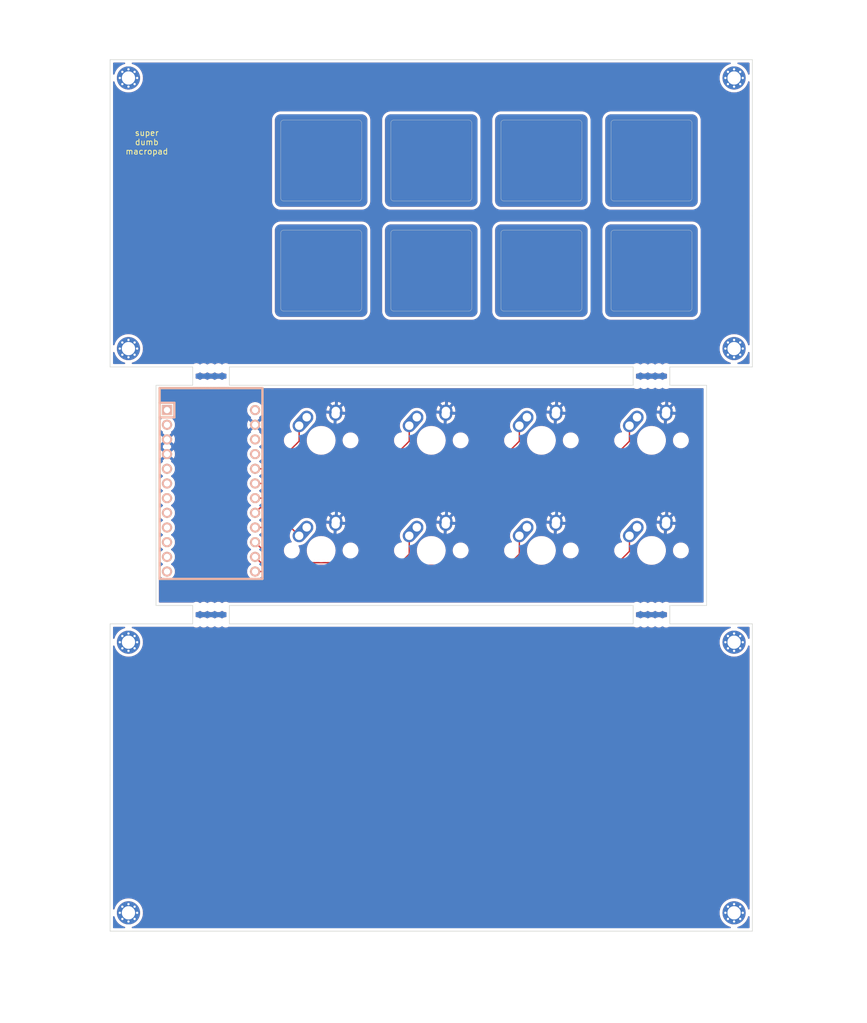
<source format=kicad_pcb>
(kicad_pcb (version 20210824) (generator pcbnew)
  (layers (0 "F.Cu" signal) (31 "B.Cu" signal) (34 "B.Paste" user) (35 "F.Paste" user) (36 "B.SilkS" user "B.Silkscreen") (37 "F.SilkS" user "F.Silkscreen") (38 "B.Mask" user) (39 "F.Mask" user) (44 "Edge.Cuts" user))
  (net 0 "")
  (net 1 "1")
  (net 2 "2")
  (net 3 "3")
  (net 4 "4")
  (net 5 "5")
  (net 6 "6")
  (net 7 "7")
  (net 8 "8")
  (net 22 "GND")
  (footprint "kbd:M2_HOLE_v3" (layer "F.Cu") (at 84.1322 173.8203)
    (fp_text reference "Ref**" hide)
    (fp_text value "Val**")
    (pad "1" thru_hole circle (at 0 1.5) (size 0.5 0.5) (drill 0.4) (layers *.Cu *.Mask))
    (pad "1" thru_hole circle (at 0 -1.5) (size 0.5 0.5) (drill 0.4) (layers *.Cu *.Mask))
    (pad "1" thru_hole circle (at -1.06 -1.06) (size 0.5 0.5) (drill 0.4) (layers *.Cu *.Mask))
    (pad "1" thru_hole circle (at -1.06 1.06) (size 0.5 0.5) (drill 0.4) (layers *.Cu *.Mask))
    (pad "1" thru_hole circle (at 1.06 1.06) (size 0.5 0.5) (drill 0.4) (layers *.Cu *.Mask))
    (pad "1" thru_hole circle (at 1.5 0) (size 0.5 0.5) (drill 0.4) (layers *.Cu *.Mask))
    (pad "1" thru_hole circle (at 0 0) (size 4 4) (drill 2.3) (layers *.Cu *.Mask))
    (pad "1" thru_hole circle (at -1.5 0) (size 0.5 0.5) (drill 0.4) (layers *.Cu *.Mask))
    (pad "1" thru_hole circle (at 1.06 -1.06) (size 0.5 0.5) (drill 0.4) (layers *.Cu *.Mask))
  )
  (footprint "Keybage_MX_Cutout:MX_Cutout_1u" (layer "F.Cu") (at 174.614 43.6535)
    (fp_text reference "REF**" hide)
    (fp_text value "MX_Cutout_1u" hide)
    (fp_line (start -6.5 7) (end 6.5 7) (layer "Edge.Cuts") (width 0.05))
    (fp_line (start -7 -6.5) (end -7 6.5) (layer "Edge.Cuts") (width 0.05))
    (fp_line (start 6.5 -7) (end -6.5 -7) (layer "Edge.Cuts") (width 0.05))
    (fp_line (start 7 6.5) (end 7 -6.5) (layer "Edge.Cuts") (width 0.05))
    (fp_arc (start 6.5 6.5) (end 6.5 7) (angle -90) (layer "Edge.Cuts") (width 0.05))
    (fp_arc (start -6.5 6.5) (end -7 6.5) (angle -90) (layer "Edge.Cuts") (width 0.05))
    (fp_arc (start -6.5 -6.5) (end -6.5 -7) (angle -90) (layer "Edge.Cuts") (width 0.05))
    (fp_arc (start 6.5 -6.5) (end 7 -6.5) (angle -90) (layer "Edge.Cuts") (width 0.05))
    (pad "1" smd roundrect locked (at 0 0 180) (size 16 16) (layers "F.Cu" "F.Mask") (roundrect_rratio 0.063))
    (pad "1" smd roundrect locked (at 0 0 180) (size 16 16) (layers "B.Cu" "B.Mask") (roundrect_rratio 0.063))
  )
  (footprint "Keybage_MX_Cutout:MX_Cutout_1u" (layer "F.Cu") (at 136.5164 62.7023)
    (fp_text reference "REF**" hide)
    (fp_text value "MX_Cutout_1u" hide)
    (fp_line (start 6.5 -7) (end -6.5 -7) (layer "Edge.Cuts") (width 0.05))
    (fp_line (start -6.5 7) (end 6.5 7) (layer "Edge.Cuts") (width 0.05))
    (fp_line (start 7 6.5) (end 7 -6.5) (layer "Edge.Cuts") (width 0.05))
    (fp_line (start -7 -6.5) (end -7 6.5) (layer "Edge.Cuts") (width 0.05))
    (fp_arc (start 6.5 6.5) (end 6.5 7) (angle -90) (layer "Edge.Cuts") (width 0.05))
    (fp_arc (start -6.5 6.5) (end -7 6.5) (angle -90) (layer "Edge.Cuts") (width 0.05))
    (fp_arc (start -6.5 -6.5) (end -6.5 -7) (angle -90) (layer "Edge.Cuts") (width 0.05))
    (fp_arc (start 6.5 -6.5) (end 7 -6.5) (angle -90) (layer "Edge.Cuts") (width 0.05))
    (pad "1" smd roundrect locked (at 0 0 180) (size 16 16) (layers "F.Cu" "F.Mask") (roundrect_rratio 0.063))
    (pad "1" smd roundrect locked (at 0 0 180) (size 16 16) (layers "B.Cu" "B.Mask") (roundrect_rratio 0.063))
  )
  (footprint "Keybage_MX_Cutout:MX_Cutout_1u" (layer "F.Cu") (at 174.614 62.7023)
    (fp_text reference "REF**" hide)
    (fp_text value "MX_Cutout_1u" hide)
    (fp_line (start 6.5 -7) (end -6.5 -7) (layer "Edge.Cuts") (width 0.05))
    (fp_line (start -7 -6.5) (end -7 6.5) (layer "Edge.Cuts") (width 0.05))
    (fp_line (start -6.5 7) (end 6.5 7) (layer "Edge.Cuts") (width 0.05))
    (fp_line (start 7 6.5) (end 7 -6.5) (layer "Edge.Cuts") (width 0.05))
    (fp_arc (start -6.5 -6.5) (end -6.5 -7) (angle -90) (layer "Edge.Cuts") (width 0.05))
    (fp_arc (start 6.5 -6.5) (end 7 -6.5) (angle -90) (layer "Edge.Cuts") (width 0.05))
    (fp_arc (start -6.5 6.5) (end -7 6.5) (angle -90) (layer "Edge.Cuts") (width 0.05))
    (fp_arc (start 6.5 6.5) (end 6.5 7) (angle -90) (layer "Edge.Cuts") (width 0.05))
    (pad "1" smd roundrect locked (at 0 0 180) (size 16 16) (layers "B.Cu" "B.Mask") (roundrect_rratio 0.063))
    (pad "1" smd roundrect locked (at 0 0 180) (size 16 16) (layers "F.Cu" "F.Mask") (roundrect_rratio 0.063))
  )
  (footprint "MX_Alps_Hybrid:MX-1U-NoLED" (layer "F.Cu") (at 117.4676 92.0692)
    (fp_text reference "MX1")
    (fp_text value "MX-NoLED")
    (pad "" np_thru_hole circle locked (at 0 0) (size 3.9878 3.9878) (drill 3.9878) (layers *.Cu *.Mask))
    (pad "" np_thru_hole circle locked (at 5.08 0 48.0996) (size 1.75 1.75) (drill 1.75) (layers *.Cu *.Mask))
    (pad "" np_thru_hole circle locked (at -5.08 0 48.0996) (size 1.75 1.75) (drill 1.75) (layers *.Cu *.Mask))
    (pad "1" thru_hole circle locked (at -2.5 -4) (size 2.25 2.25) (drill 1.47) (layers *.Cu "B.Mask") (net 1 "1"))
    (pad "1" thru_hole oval locked (at -3.81 -2.54 48.0996) (size 4.211556 2.25) (drill 1.47 (offset 0.980778 0)) (layers *.Cu "B.Mask") (net 1 "1"))
    (pad "2" thru_hole oval locked (at 2.5 -4.5 86.0548) (size 2.831378 2.25) (drill 1.47 (offset 0.290689 0)) (layers *.Cu "B.Mask") (net 22 "GND"))
    (pad "2" thru_hole circle locked (at 2.54 -5.08) (size 2.25 2.25) (drill 1.47) (layers *.Cu "B.Mask") (net 22 "GND"))
  )
  (footprint "kbd:M2_HOLE_v3" (layer "F.Cu") (at 188.9006 76.1952)
    (fp_text reference "Ref**" hide)
    (fp_text value "Val**")
    (pad "1" thru_hole circle (at 1.06 -1.06) (size 0.5 0.5) (drill 0.4) (layers *.Cu *.Mask))
    (pad "1" thru_hole circle (at 1.06 1.06) (size 0.5 0.5) (drill 0.4) (layers *.Cu *.Mask))
    (pad "1" thru_hole circle (at -1.5 0) (size 0.5 0.5) (drill 0.4) (layers *.Cu *.Mask))
    (pad "1" thru_hole circle (at 0 1.5) (size 0.5 0.5) (drill 0.4) (layers *.Cu *.Mask))
    (pad "1" thru_hole circle (at 0 -1.5) (size 0.5 0.5) (drill 0.4) (layers *.Cu *.Mask))
    (pad "1" thru_hole circle (at -1.06 1.06) (size 0.5 0.5) (drill 0.4) (layers *.Cu *.Mask))
    (pad "1" thru_hole circle (at -1.06 -1.06) (size 0.5 0.5) (drill 0.4) (layers *.Cu *.Mask))
    (pad "1" thru_hole circle (at 1.5 0) (size 0.5 0.5) (drill 0.4) (layers *.Cu *.Mask))
    (pad "1" thru_hole circle (at 0 0) (size 4 4) (drill 2.3) (layers *.Cu *.Mask))
  )
  (footprint "MX_Alps_Hybrid:MX-1U-NoLED" (layer "F.Cu") (at 136.5164 92.0692)
    (fp_text reference "MX2")
    (fp_text value "MX-NoLED")
    (pad "" np_thru_hole circle locked (at 0 0) (size 3.9878 3.9878) (drill 3.9878) (layers *.Cu *.Mask))
    (pad "" np_thru_hole circle locked (at 5.08 0 48.0996) (size 1.75 1.75) (drill 1.75) (layers *.Cu *.Mask))
    (pad "" np_thru_hole circle locked (at -5.08 0 48.0996) (size 1.75 1.75) (drill 1.75) (layers *.Cu *.Mask))
    (pad "1" thru_hole oval locked (at -3.81 -2.54 48.0996) (size 4.211556 2.25) (drill 1.47 (offset 0.980778 0)) (layers *.Cu "B.Mask") (net 2 "2"))
    (pad "1" thru_hole circle locked (at -2.5 -4) (size 2.25 2.25) (drill 1.47) (layers *.Cu "B.Mask") (net 2 "2"))
    (pad "2" thru_hole circle locked (at 2.54 -5.08) (size 2.25 2.25) (drill 1.47) (layers *.Cu "B.Mask") (net 22 "GND"))
    (pad "2" thru_hole oval locked (at 2.5 -4.5 86.0548) (size 2.831378 2.25) (drill 1.47 (offset 0.290689 0)) (layers *.Cu "B.Mask") (net 22 "GND"))
  )
  (footprint "MX_Alps_Hybrid:MX-1U-NoLED" (layer "F.Cu") (at 174.614 92.0692)
    (fp_text reference "MX4")
    (fp_text value "MX-NoLED")
    (pad "" np_thru_hole circle locked (at 5.08 0 48.0996) (size 1.75 1.75) (drill 1.75) (layers *.Cu *.Mask))
    (pad "" np_thru_hole circle locked (at 0 0) (size 3.9878 3.9878) (drill 3.9878) (layers *.Cu *.Mask))
    (pad "" np_thru_hole circle locked (at -5.08 0 48.0996) (size 1.75 1.75) (drill 1.75) (layers *.Cu *.Mask))
    (pad "1" thru_hole circle locked (at -2.5 -4) (size 2.25 2.25) (drill 1.47) (layers *.Cu "B.Mask") (net 4 "4"))
    (pad "1" thru_hole oval locked (at -3.81 -2.54 48.0996) (size 4.211556 2.25) (drill 1.47 (offset 0.980778 0)) (layers *.Cu "B.Mask") (net 4 "4"))
    (pad "2" thru_hole circle locked (at 2.54 -5.08) (size 2.25 2.25) (drill 1.47) (layers *.Cu "B.Mask") (net 22 "GND"))
    (pad "2" thru_hole oval locked (at 2.5 -4.5 86.0548) (size 2.831378 2.25) (drill 1.47 (offset 0.290689 0)) (layers *.Cu "B.Mask") (net 22 "GND"))
  )
  (footprint "keebio:breakaway-mousebites" (layer "F.Cu") (at 98.4188 120.6424 180)
    (fp_text reference "REF**" hide)
    (fp_text value "breakaway-mousebites" hide)
    (pad "" np_thru_hole circle locked (at -1.27 -0.254 180) (size 0.7874 0.7874) (drill 0.7874) (layers *.Cu *.Mask))
    (pad "" np_thru_hole circle locked (at -2.54 -0.254 180) (size 0.7874 0.7874) (drill 0.7874) (layers *.Cu *.Mask))
    (pad "" np_thru_hole circle locked (at 0 -0.254 180) (size 0.7874 0.7874) (drill 0.7874) (layers *.Cu *.Mask))
    (pad "" np_thru_hole circle locked (at 2.54 -0.254 180) (size 0.7874 0.7874) (drill 0.7874) (layers *.Cu *.Mask))
    (pad "" np_thru_hole circle locked (at 1.27 -0.254 180) (size 0.7874 0.7874) (drill 0.7874) (layers *.Cu *.Mask))
  )
  (footprint "kbd:M2_HOLE_v3" (layer "F.Cu") (at 84.1322 126.992)
    (fp_text reference "Ref**" hide)
    (fp_text value "Val**")
    (pad "1" thru_hole circle (at 1.06 -1.06) (size 0.5 0.5) (drill 0.4) (layers *.Cu *.Mask))
    (pad "1" thru_hole circle (at -1.06 1.06) (size 0.5 0.5) (drill 0.4) (layers *.Cu *.Mask))
    (pad "1" thru_hole circle (at 0 0) (size 4 4) (drill 2.3) (layers *.Cu *.Mask))
    (pad "1" thru_hole circle (at -1.5 0) (size 0.5 0.5) (drill 0.4) (layers *.Cu *.Mask))
    (pad "1" thru_hole circle (at 1.5 0) (size 0.5 0.5) (drill 0.4) (layers *.Cu *.Mask))
    (pad "1" thru_hole circle (at 1.06 1.06) (size 0.5 0.5) (drill 0.4) (layers *.Cu *.Mask))
    (pad "1" thru_hole circle (at 0 -1.5) (size 0.5 0.5) (drill 0.4) (layers *.Cu *.Mask))
    (pad "1" thru_hole circle (at 0 1.5) (size 0.5 0.5) (drill 0.4) (layers *.Cu *.Mask))
    (pad "1" thru_hole circle (at -1.06 -1.06) (size 0.5 0.5) (drill 0.4) (layers *.Cu *.Mask))
  )
  (footprint "keebio:ArduinoProMicro" (layer "F.Cu") (at 98.4188 100.7999 -90)
    (fp_text reference "U1" hide)
    (fp_text value "ProMicro" hide)
    (fp_line (start -17.78 -8.89) (end -17.78 8.89) (layer "B.SilkS") (width 0.381))
    (fp_line (start 15.24 -8.89) (end -17.78 -8.89) (layer "B.SilkS") (width 0.381))
    (fp_line (start 15.24 8.89) (end 15.24 -8.89) (layer "B.SilkS") (width 0.381))
    (fp_line (start -15.24 6.35) (end -15.24 8.89) (layer "B.SilkS") (width 0.381))
    (fp_line (start -17.78 8.89) (end 15.24 8.89) (layer "B.SilkS") (width 0.381))
    (fp_line (start -15.24 6.35) (end -12.7 6.35) (layer "B.SilkS") (width 0.381))
    (fp_line (start -12.7 6.35) (end -12.7 8.89) (layer "B.SilkS") (width 0.381))
    (fp_line (start -15.24 -8.89) (end -17.78 -8.89) (layer "F.SilkS") (width 0.381))
    (fp_line (start 15.24 -8.89) (end -15.24 -8.89) (layer "F.SilkS") (width 0.381))
    (fp_line (start -12.7 6.35) (end -12.7 8.89) (layer "F.SilkS") (width 0.381))
    (fp_line (start -15.24 8.89) (end 15.24 8.89) (layer "F.SilkS") (width 0.381))
    (fp_line (start -15.24 6.35) (end -12.7 6.35) (layer "F.SilkS") (width 0.381))
    (fp_line (start 15.24 8.89) (end 15.24 -8.89) (layer "F.SilkS") (width 0.381))
    (fp_line (start -17.78 -8.89) (end -17.78 8.89) (layer "F.SilkS") (width 0.381))
    (fp_line (start -17.78 8.89) (end -15.24 8.89) (layer "F.SilkS") (width 0.381))
    (fp_line (start -15.24 6.35) (end -15.24 8.89) (layer "F.SilkS") (width 0.381))
    (pad "1" thru_hole rect locked (at -13.97 7.62 270) (size 1.7526 1.7526) (drill 1.0922) (layers *.Cu *.SilkS *.Mask))
    (pad "2" thru_hole circle locked (at -11.43 7.62 270) (size 1.7526 1.7526) (drill 1.0922) (layers *.Cu *.SilkS *.Mask))
    (pad "3" thru_hole circle locked (at -8.89 7.62 270) (size 1.7526 1.7526) (drill 1.0922) (layers *.Cu *.SilkS *.Mask) (net 22 "GND"))
    (pad "4" thru_hole circle locked (at -6.35 7.62 270) (size 1.7526 1.7526) (drill 1.0922) (layers *.Cu *.SilkS *.Mask) (net 22 "GND"))
    (pad "5" thru_hole circle locked (at -3.81 7.62 270) (size 1.7526 1.7526) (drill 1.0922) (layers *.Cu *.SilkS *.Mask))
    (pad "6" thru_hole circle locked (at -1.27 7.62 270) (size 1.7526 1.7526) (drill 1.0922) (layers *.Cu *.SilkS *.Mask))
    (pad "7" thru_hole circle locked (at 1.27 7.62 270) (size 1.7526 1.7526) (drill 1.0922) (layers *.Cu *.SilkS *.Mask))
    (pad "8" thru_hole circle locked (at 3.81 7.62 270) (size 1.7526 1.7526) (drill 1.0922) (layers *.Cu *.SilkS *.Mask))
    (pad "9" thru_hole circle locked (at 6.35 7.62 270) (size 1.7526 1.7526) (drill 1.0922) (layers *.Cu *.SilkS *.Mask))
    (pad "10" thru_hole circle locked (at 8.89 7.62 270) (size 1.7526 1.7526) (drill 1.0922) (layers *.Cu *.SilkS *.Mask))
    (pad "11" thru_hole circle locked (at 11.43 7.62 270) (size 1.7526 1.7526) (drill 1.0922) (layers *.Cu *.SilkS *.Mask))
    (pad "12" thru_hole circle locked (at 13.97 7.62 270) (size 1.7526 1.7526) (drill 1.0922) (layers *.Cu *.SilkS *.Mask))
    (pad "13" thru_hole circle locked (at 13.97 -7.62 270) (size 1.7526 1.7526) (drill 1.0922) (layers *.Cu *.SilkS *.Mask) (net 8 "8"))
    (pad "14" thru_hole circle locked (at 11.43 -7.62 270) (size 1.7526 1.7526) (drill 1.0922) (layers *.Cu *.SilkS *.Mask) (net 7 "7"))
    (pad "15" thru_hole circle locked (at 8.89 -7.62 270) (size 1.7526 1.7526) (drill 1.0922) (layers *.Cu *.SilkS *.Mask) (net 6 "6"))
    (pad "16" thru_hole circle locked (at 6.35 -7.62 270) (size 1.7526 1.7526) (drill 1.0922) (layers *.Cu *.SilkS *.Mask) (net 5 "5"))
    (pad "17" thru_hole circle locked (at 3.81 -7.62 270) (size 1.7526 1.7526) (drill 1.0922) (layers *.Cu *.SilkS *.Mask) (net 4 "4"))
    (pad "18" thru_hole circle locked (at 1.27 -7.62 270) (size 1.7526 1.7526) (drill 1.0922) (layers *.Cu *.SilkS *.Mask) (net 3 "3"))
    (pad "19" thru_hole circle locked (at -1.27 -7.62 270) (size 1.7526 1.7526) (drill 1.0922) (layers *.Cu *.SilkS *.Mask) (net 2 "2"))
    (pad "20" thru_hole circle locked (at -3.81 -7.62 270) (size 1.7526 1.7526) (drill 1.0922) (layers *.Cu *.SilkS *.Mask) (net 1 "1"))
    (pad "21" thru_hole circle locked (at -6.35 -7.62 270) (size 1.7526 1.7526) (drill 1.0922) (layers *.Cu *.SilkS *.Mask))
    (pad "22" thru_hole circle locked (at -8.89 -7.62 270) (size 1.7526 1.7526) (drill 1.0922) (layers *.Cu *.SilkS *.Mask))
    (pad "23" thru_hole circle locked (at -11.43 -7.62 270) (size 1.7526 1.7526) (drill 1.0922) (layers *.Cu *.SilkS *.Mask) (net 22 "GND"))
    (pad "24" thru_hole circle locked (at -13.97 -7.62 270) (size 1.7526 1.7526) (drill 1.0922) (layers *.Cu *.SilkS *.Mask))
  )
  (footprint "keebio:breakaway-mousebites" (layer "F.Cu") (at 174.614 79.37 180)
    (fp_text reference "REF**" hide)
    (fp_text value "breakaway-mousebites" hide)
    (pad "" np_thru_hole circle locked (at 2.54 -0.254 180) (size 0.7874 0.7874) (drill 0.7874) (layers *.Cu *.Mask))
    (pad "" np_thru_hole circle locked (at 0 -0.254 180) (size 0.7874 0.7874) (drill 0.7874) (layers *.Cu *.Mask))
    (pad "" np_thru_hole circle locked (at 1.27 -0.254 180) (size 0.7874 0.7874) (drill 0.7874) (layers *.Cu *.Mask))
    (pad "" np_thru_hole circle locked (at -2.54 -0.254 180) (size 0.7874 0.7874) (drill 0.7874) (layers *.Cu *.Mask))
    (pad "" np_thru_hole circle locked (at -1.27 -0.254 180) (size 0.7874 0.7874) (drill 0.7874) (layers *.Cu *.Mask))
  )
  (footprint "Keybage_MX_Cutout:MX_Cutout_1u" (layer "F.Cu") (at 136.5164 43.6535)
    (fp_text reference "REF**" hide)
    (fp_text value "MX_Cutout_1u" hide)
    (fp_line (start -6.5 7) (end 6.5 7) (layer "Edge.Cuts") (width 0.05))
    (fp_line (start 6.5 -7) (end -6.5 -7) (layer "Edge.Cuts") (width 0.05))
    (fp_line (start -7 -6.5) (end -7 6.5) (layer "Edge.Cuts") (width 0.05))
    (fp_line (start 7 6.5) (end 7 -6.5) (layer "Edge.Cuts") (width 0.05))
    (fp_arc (start 6.5 -6.5) (end 7 -6.5) (angle -90) (layer "Edge.Cuts") (width 0.05))
    (fp_arc (start 6.5 6.5) (end 6.5 7) (angle -90) (layer "Edge.Cuts") (width 0.05))
    (fp_arc (start -6.5 -6.5) (end -6.5 -7) (angle -90) (layer "Edge.Cuts") (width 0.05))
    (fp_arc (start -6.5 6.5) (end -7 6.5) (angle -90) (layer "Edge.Cuts") (width 0.05))
    (pad "1" smd roundrect locked (at 0 0 180) (size 16 16) (layers "F.Cu" "F.Mask") (roundrect_rratio 0.063))
    (pad "1" smd roundrect locked (at 0 0 180) (size 16 16) (layers "B.Cu" "B.Mask") (roundrect_rratio 0.063))
  )
  (footprint "keebio:breakaway-mousebites" (layer "F.Cu") (at 98.4188 79.37 180)
    (fp_text reference "REF**" hide)
    (fp_text value "breakaway-mousebites" hide)
    (pad "" np_thru_hole circle locked (at 2.54 -0.254 180) (size 0.7874 0.7874) (drill 0.7874) (layers *.Cu *.Mask))
    (pad "" np_thru_hole circle locked (at -1.27 -0.254 180) (size 0.7874 0.7874) (drill 0.7874) (layers *.Cu *.Mask))
    (pad "" np_thru_hole circle locked (at -2.54 -0.254 180) (size 0.7874 0.7874) (drill 0.7874) (layers *.Cu *.Mask))
    (pad "" np_thru_hole circle locked (at 0 -0.254 180) (size 0.7874 0.7874) (drill 0.7874) (layers *.Cu *.Mask))
    (pad "" np_thru_hole circle locked (at 1.27 -0.254 180) (size 0.7874 0.7874) (drill 0.7874) (layers *.Cu *.Mask))
  )
  (footprint "keebio:breakaway-mousebites" (layer "F.Cu") (at 98.4188 82.5448)
    (fp_text reference "REF**" hide)
    (fp_text value "breakaway-mousebites" hide)
    (pad "" np_thru_hole circle locked (at 2.54 -0.254) (size 0.7874 0.7874) (drill 0.7874) (layers *.Cu *.Mask))
    (pad "" np_thru_hole circle locked (at -1.27 -0.254) (size 0.7874 0.7874) (drill 0.7874) (layers *.Cu *.Mask))
    (pad "" np_thru_hole circle locked (at -2.54 -0.254) (size 0.7874 0.7874) (drill 0.7874) (layers *.Cu *.Mask))
    (pad "" np_thru_hole circle locked (at 0 -0.254) (size 0.7874 0.7874) (drill 0.7874) (layers *.Cu *.Mask))
    (pad "" np_thru_hole circle locked (at 1.27 -0.254) (size 0.7874 0.7874) (drill 0.7874) (layers *.Cu *.Mask))
  )
  (footprint "MX_Alps_Hybrid:MX-1U-NoLED" (layer "F.Cu") (at 155.5652 111.118)
    (fp_text reference "MX7")
    (fp_text value "MX-NoLED")
    (pad "" np_thru_hole circle locked (at -5.08 0 48.0996) (size 1.75 1.75) (drill 1.75) (layers *.Cu *.Mask))
    (pad "" np_thru_hole circle locked (at 5.08 0 48.0996) (size 1.75 1.75) (drill 1.75) (layers *.Cu *.Mask))
    (pad "" np_thru_hole circle locked (at 0 0) (size 3.9878 3.9878) (drill 3.9878) (layers *.Cu *.Mask))
    (pad "1" thru_hole oval locked (at -3.81 -2.54 48.0996) (size 4.211556 2.25) (drill 1.47 (offset 0.980778 0)) (layers *.Cu "B.Mask") (net 7 "7"))
    (pad "1" thru_hole circle locked (at -2.5 -4) (size 2.25 2.25) (drill 1.47) (layers *.Cu "B.Mask") (net 7 "7"))
    (pad "2" thru_hole circle locked (at 2.54 -5.08) (size 2.25 2.25) (drill 1.47) (layers *.Cu "B.Mask") (net 22 "GND"))
    (pad "2" thru_hole oval locked (at 2.5 -4.5 86.0548) (size 2.831378 2.25) (drill 1.47 (offset 0.290689 0)) (layers *.Cu "B.Mask") (net 22 "GND"))
  )
  (footprint "MX_Alps_Hybrid:MX-1U-NoLED" (layer "F.Cu") (at 136.5164 111.118)
    (fp_text reference "MX6")
    (fp_text value "MX-NoLED")
    (pad "" np_thru_hole circle locked (at 5.08 0 48.0996) (size 1.75 1.75) (drill 1.75) (layers *.Cu *.Mask))
    (pad "" np_thru_hole circle locked (at 0 0) (size 3.9878 3.9878) (drill 3.9878) (layers *.Cu *.Mask))
    (pad "" np_thru_hole circle locked (at -5.08 0 48.0996) (size 1.75 1.75) (drill 1.75) (layers *.Cu *.Mask))
    (pad "1" thru_hole oval locked (at -3.81 -2.54 48.0996) (size 4.211556 2.25) (drill 1.47 (offset 0.980778 0)) (layers *.Cu "B.Mask") (net 6 "6"))
    (pad "1" thru_hole circle locked (at -2.5 -4) (size 2.25 2.25) (drill 1.47) (layers *.Cu "B.Mask") (net 6 "6"))
    (pad "2" thru_hole oval locked (at 2.5 -4.5 86.0548) (size 2.831378 2.25) (drill 1.47 (offset 0.290689 0)) (layers *.Cu "B.Mask") (net 22 "GND"))
    (pad "2" thru_hole circle locked (at 2.54 -5.08) (size 2.25 2.25) (drill 1.47) (layers *.Cu "B.Mask") (net 22 "GND"))
  )
  (footprint "Keybage_MX_Cutout:MX_Cutout_1u" (layer "F.Cu") (at 155.5652 43.6535)
    (fp_text reference "REF**" hide)
    (fp_text value "MX_Cutout_1u" hide)
    (fp_line (start -6.5 7) (end 6.5 7) (layer "Edge.Cuts") (width 0.05))
    (fp_line (start 6.5 -7) (end -6.5 -7) (layer "Edge.Cuts") (width 0.05))
    (fp_line (start -7 -6.5) (end -7 6.5) (layer "Edge.Cuts") (width 0.05))
    (fp_line (start 7 6.5) (end 7 -6.5) (layer "Edge.Cuts") (width 0.05))
    (fp_arc (start 6.5 -6.5) (end 7 -6.5) (angle -90) (layer "Edge.Cuts") (width 0.05))
    (fp_arc (start -6.5 -6.5) (end -6.5 -7) (angle -90) (layer "Edge.Cuts") (width 0.05))
    (fp_arc (start -6.5 6.5) (end -7 6.5) (angle -90) (layer "Edge.Cuts") (width 0.05))
    (fp_arc (start 6.5 6.5) (end 6.5 7) (angle -90) (layer "Edge.Cuts") (width 0.05))
    (pad "1" smd roundrect locked (at 0 0 180) (size 16 16) (layers "B.Cu" "B.Mask") (roundrect_rratio 0.063))
    (pad "1" smd roundrect locked (at 0 0 180) (size 16 16) (layers "F.Cu" "F.Mask") (roundrect_rratio 0.063))
  )
  (footprint "keebio:breakaway-mousebites" (layer "F.Cu") (at 98.4188 123.8172)
    (fp_text reference "REF**" hide)
    (fp_text value "breakaway-mousebites" hide)
    (pad "" np_thru_hole circle locked (at 2.54 -0.254) (size 0.7874 0.7874) (drill 0.7874) (layers *.Cu *.Mask))
    (pad "" np_thru_hole circle locked (at 0 -0.254) (size 0.7874 0.7874) (drill 0.7874) (layers *.Cu *.Mask))
    (pad "" np_thru_hole circle locked (at 1.27 -0.254) (size 0.7874 0.7874) (drill 0.7874) (layers *.Cu *.Mask))
    (pad "" np_thru_hole circle locked (at -2.54 -0.254) (size 0.7874 0.7874) (drill 0.7874) (layers *.Cu *.Mask))
    (pad "" np_thru_hole circle locked (at -1.27 -0.254) (size 0.7874 0.7874) (drill 0.7874) (layers *.Cu *.Mask))
  )
  (footprint "keebio:breakaway-mousebites" (layer "F.Cu") (at 174.614 82.5448)
    (fp_text reference "REF**" hide)
    (fp_text value "breakaway-mousebites" hide)
    (pad "" np_thru_hole circle locked (at 2.54 -0.254) (size 0.7874 0.7874) (drill 0.7874) (layers *.Cu *.Mask))
    (pad "" np_thru_hole circle locked (at -1.27 -0.254) (size 0.7874 0.7874) (drill 0.7874) (layers *.Cu *.Mask))
    (pad "" np_thru_hole circle locked (at 1.27 -0.254) (size 0.7874 0.7874) (drill 0.7874) (layers *.Cu *.Mask))
    (pad "" np_thru_hole circle locked (at 0 -0.254) (size 0.7874 0.7874) (drill 0.7874) (layers *.Cu *.Mask))
    (pad "" np_thru_hole circle locked (at -2.54 -0.254) (size 0.7874 0.7874) (drill 0.7874) (layers *.Cu *.Mask))
  )
  (footprint "MX_Alps_Hybrid:MX-1U-NoLED" (layer "F.Cu") (at 174.614 111.118)
    (fp_text reference "MX8")
    (fp_text value "MX-NoLED")
    (pad "" np_thru_hole circle locked (at 0 0) (size 3.9878 3.9878) (drill 3.9878) (layers *.Cu *.Mask))
    (pad "" np_thru_hole circle locked (at 5.08 0 48.0996) (size 1.75 1.75) (drill 1.75) (layers *.Cu *.Mask))
    (pad "" np_thru_hole circle locked (at -5.08 0 48.0996) (size 1.75 1.75) (drill 1.75) (layers *.Cu *.Mask))
    (pad "1" thru_hole circle locked (at -2.5 -4) (size 2.25 2.25) (drill 1.47) (layers *.Cu "B.Mask") (net 8 "8"))
    (pad "1" thru_hole oval locked (at -3.81 -2.54 48.0996) (size 4.211556 2.25) (drill 1.47 (offset 0.980778 0)) (layers *.Cu "B.Mask") (net 8 "8"))
    (pad "2" thru_hole oval locked (at 2.5 -4.5 86.0548) (size 2.831378 2.25) (drill 1.47 (offset 0.290689 0)) (layers *.Cu "B.Mask") (net 22 "GND"))
    (pad "2" thru_hole circle locked (at 2.54 -5.08) (size 2.25 2.25) (drill 1.47) (layers *.Cu "B.Mask") (net 22 "GND"))
  )
  (footprint "Keybage_MX_Cutout:MX_Cutout_1u" (layer "F.Cu") (at 117.4676 43.6535)
    (fp_text reference "REF**" hide)
    (fp_text value "MX_Cutout_1u" hide)
    (fp_line (start 6.5 -7) (end -6.5 -7) (layer "Edge.Cuts") (width 0.05))
    (fp_line (start -7 -6.5) (end -7 6.5) (layer "Edge.Cuts") (width 0.05))
    (fp_line (start -6.5 7) (end 6.5 7) (layer "Edge.Cuts") (width 0.05))
    (fp_line (start 7 6.5) (end 7 -6.5) (layer "Edge.Cuts") (width 0.05))
    (fp_arc (start -6.5 -6.5) (end -6.5 -7) (angle -90) (layer "Edge.Cuts") (width 0.05))
    (fp_arc (start 6.5 -6.5) (end 7 -6.5) (angle -90) (layer "Edge.Cuts") (width 0.05))
    (fp_arc (start 6.5 6.5) (end 6.5 7) (angle -90) (layer "Edge.Cuts") (width 0.05))
    (fp_arc (start -6.5 6.5) (end -7 6.5) (angle -90) (layer "Edge.Cuts") (width 0.05))
    (pad "1" smd roundrect locked (at 0 0 180) (size 16 16) (layers "B.Cu" "B.Mask") (roundrect_rratio 0.063))
    (pad "1" smd roundrect locked (at 0 0 180) (size 16 16) (layers "F.Cu" "F.Mask") (roundrect_rratio 0.063))
  )
  (footprint "kbd:M2_HOLE_v3" (layer "F.Cu") (at 84.1322 76.1952)
    (fp_text reference "Ref**" hide)
    (fp_text value "Val**")
    (pad "1" thru_hole circle (at 1.06 -1.06) (size 0.5 0.5) (drill 0.4) (layers *.Cu *.Mask))
    (pad "1" thru_hole circle (at 0 -1.5) (size 0.5 0.5) (drill 0.4) (layers *.Cu *.Mask))
    (pad "1" thru_hole circle (at -1.06 -1.06) (size 0.5 0.5) (drill 0.4) (layers *.Cu *.Mask))
    (pad "1" thru_hole circle (at 0 0) (size 4 4) (drill 2.3) (layers *.Cu *.Mask))
    (pad "1" thru_hole circle (at -1.5 0) (size 0.5 0.5) (drill 0.4) (layers *.Cu *.Mask))
    (pad "1" thru_hole circle (at 1.5 0) (size 0.5 0.5) (drill 0.4) (layers *.Cu *.Mask))
    (pad "1" thru_hole circle (at 0 1.5) (size 0.5 0.5) (drill 0.4) (layers *.Cu *.Mask))
    (pad "1" thru_hole circle (at 1.06 1.06) (size 0.5 0.5) (drill 0.4) (layers *.Cu *.Mask))
    (pad "1" thru_hole circle (at -1.06 1.06) (size 0.5 0.5) (drill 0.4) (layers *.Cu *.Mask))
  )
  (footprint "MX_Alps_Hybrid:MX-1U-NoLED" (layer "F.Cu") (at 155.5652 92.0692)
    (fp_text reference "MX3")
    (fp_text value "MX-NoLED")
    (pad "" np_thru_hole circle locked (at 5.08 0 48.0996) (size 1.75 1.75) (drill 1.75) (layers *.Cu *.Mask))
    (pad "" np_thru_hole circle locked (at 0 0) (size 3.9878 3.9878) (drill 3.9878) (layers *.Cu *.Mask))
    (pad "" np_thru_hole circle locked (at -5.08 0 48.0996) (size 1.75 1.75) (drill 1.75) (layers *.Cu *.Mask))
    (pad "1" thru_hole oval locked (at -3.81 -2.54 48.0996) (size 4.211556 2.25) (drill 1.47 (offset 0.980778 0)) (layers *.Cu "B.Mask") (net 3 "3"))
    (pad "1" thru_hole circle locked (at -2.5 -4) (size 2.25 2.25) (drill 1.47) (layers *.Cu "B.Mask") (net 3 "3"))
    (pad "2" thru_hole oval locked (at 2.5 -4.5 86.0548) (size 2.831378 2.25) (drill 1.47 (offset 0.290689 0)) (layers *.Cu "B.Mask") (net 22 "GND"))
    (pad "2" thru_hole circle locked (at 2.54 -5.08) (size 2.25 2.25) (drill 1.47) (layers *.Cu "B.Mask") (net 22 "GND"))
  )
  (footprint "Keybage_MX_Cutout:MX_Cutout_1u" (layer "F.Cu") (at 117.4676 62.7023)
    (fp_text reference "REF**" hide)
    (fp_text value "MX_Cutout_1u" hide)
    (fp_line (start -6.5 7) (end 6.5 7) (layer "Edge.Cuts") (width 0.05))
    (fp_line (start 7 6.5) (end 7 -6.5) (layer "Edge.Cuts") (width 0.05))
    (fp_line (start 6.5 -7) (end -6.5 -7) (layer "Edge.Cuts") (width 0.05))
    (fp_line (start -7 -6.5) (end -7 6.5) (layer "Edge.Cuts") (width 0.05))
    (fp_arc (start 6.5 -6.5) (end 7 -6.5) (angle -90) (layer "Edge.Cuts") (width 0.05))
    (fp_arc (start -6.5 -6.5) (end -6.5 -7) (angle -90) (layer "Edge.Cuts") (width 0.05))
    (fp_arc (start -6.5 6.5) (end -7 6.5) (angle -90) (layer "Edge.Cuts") (width 0.05))
    (fp_arc (start 6.5 6.5) (end 6.5 7) (angle -90) (layer "Edge.Cuts") (width 0.05))
    (pad "1" smd roundrect locked (at 0 0 180) (size 16 16) (layers "B.Cu" "B.Mask") (roundrect_rratio 0.063))
    (pad "1" smd roundrect locked (at 0 0 180) (size 16 16) (layers "F.Cu" "F.Mask") (roundrect_rratio 0.063))
  )
  (footprint "MX_Alps_Hybrid:MX-1U-NoLED" (layer "F.Cu") (at 117.4676 111.118)
    (fp_text reference "MX5")
    (fp_text value "MX-NoLED")
    (pad "" np_thru_hole circle locked (at -5.08 0 48.0996) (size 1.75 1.75) (drill 1.75) (layers *.Cu *.Mask))
    (pad "" np_thru_hole circle locked (at 5.08 0 48.0996) (size 1.75 1.75) (drill 1.75) (layers *.Cu *.Mask))
    (pad "" np_thru_hole circle locked (at 0 0) (size 3.9878 3.9878) (drill 3.9878) (layers *.Cu *.Mask))
    (pad "1" thru_hole oval locked (at -3.81 -2.54 48.0996) (size 4.211556 2.25) (drill 1.47 (offset 0.980778 0)) (layers *.Cu "B.Mask") (net 5 "5"))
    (pad "1" thru_hole circle locked (at -2.5 -4) (size 2.25 2.25) (drill 1.47) (layers *.Cu "B.Mask") (net 5 "5"))
    (pad "2" thru_hole circle locked (at 2.54 -5.08) (size 2.25 2.25) (drill 1.47) (layers *.Cu "B.Mask") (net 22 "GND"))
    (pad "2" thru_hole oval locked (at 2.5 -4.5 86.0548) (size 2.831378 2.25) (drill 1.47 (offset 0.290689 0)) (layers *.Cu "B.Mask") (net 22 "GND"))
  )
  (footprint "keebio:breakaway-mousebites" (layer "F.Cu") (at 174.614 123.8172)
    (fp_text reference "REF**" hide)
    (fp_text value "breakaway-mousebites" hide)
    (pad "" np_thru_hole circle locked (at 2.54 -0.254) (size 0.7874 0.7874) (drill 0.7874) (layers *.Cu *.Mask))
    (pad "" np_thru_hole circle locked (at -1.27 -0.254) (size 0.7874 0.7874) (drill 0.7874) (layers *.Cu *.Mask))
    (pad "" np_thru_hole circle locked (at -2.54 -0.254) (size 0.7874 0.7874) (drill 0.7874) (layers *.Cu *.Mask))
    (pad "" np_thru_hole circle locked (at 0 -0.254) (size 0.7874 0.7874) (drill 0.7874) (layers *.Cu *.Mask))
    (pad "" np_thru_hole circle locked (at 1.27 -0.254) (size 0.7874 0.7874) (drill 0.7874) (layers *.Cu *.Mask))
  )
  (footprint "kbd:M2_HOLE_v3" (layer "F.Cu") (at 188.9006 126.992)
    (fp_text reference "Ref**" hide)
    (fp_text value "Val**")
    (pad "1" thru_hole circle (at 1.5 0) (size 0.5 0.5) (drill 0.4) (layers *.Cu *.Mask))
    (pad "1" thru_hole circle (at 0 -1.5) (size 0.5 0.5) (drill 0.4) (layers *.Cu *.Mask))
    (pad "1" thru_hole circle (at 0 1.5) (size 0.5 0.5) (drill 0.4) (layers *.Cu *.Mask))
    (pad "1" thru_hole circle (at 1.06 1.06) (size 0.5 0.5) (drill 0.4) (layers *.Cu *.Mask))
    (pad "1" thru_hole circle (at -1.06 -1.06) (size 0.5 0.5) (drill 0.4) (layers *.Cu *.Mask))
    (pad "1" thru_hole circle (at -1.5 0) (size 0.5 0.5) (drill 0.4) (layers *.Cu *.Mask))
    (pad "1" thru_hole circle (at -1.06 1.06) (size 0.5 0.5) (drill 0.4) (layers *.Cu *.Mask))
    (pad "1" thru_hole circle (at 1.06 -1.06) (size 0.5 0.5) (drill 0.4) (layers *.Cu *.Mask))
    (pad "1" thru_hole circle (at 0 0) (size 4 4) (drill 2.3) (layers *.Cu *.Mask))
  )
  (footprint "kbd:M2_HOLE_v3" (layer "F.Cu") (at 188.9006 173.8203)
    (fp_text reference "Ref**" hide)
    (fp_text value "Val**")
    (pad "1" thru_hole circle (at 0 0) (size 4 4) (drill 2.3) (layers *.Cu *.Mask))
    (pad "1" thru_hole circle (at -1.06 1.06) (size 0.5 0.5) (drill 0.4) (layers *.Cu *.Mask))
    (pad "1" thru_hole circle (at 0 1.5) (size 0.5 0.5) (drill 0.4) (layers *.Cu *.Mask))
    (pad "1" thru_hole circle (at 1.06 -1.06) (size 0.5 0.5) (drill 0.4) (layers *.Cu *.Mask))
    (pad "1" thru_hole circle (at -1.06 -1.06) (size 0.5 0.5) (drill 0.4) (layers *.Cu *.Mask))
    (pad "1" thru_hole circle (at 1.5 0) (size 0.5 0.5) (drill 0.4) (layers *.Cu *.Mask))
    (pad "1" thru_hole circle (at -1.5 0) (size 0.5 0.5) (drill 0.4) (layers *.Cu *.Mask))
    (pad "1" thru_hole circle (at 0 -1.5) (size 0.5 0.5) (drill 0.4) (layers *.Cu *.Mask))
    (pad "1" thru_hole circle (at 1.06 1.06) (size 0.5 0.5) (drill 0.4) (layers *.Cu *.Mask))
  )
  (footprint "keebio:breakaway-mousebites" (layer "F.Cu") (at 174.614 120.6424 180)
    (fp_text reference "REF**" hide)
    (fp_text value "breakaway-mousebites" hide)
    (pad "" np_thru_hole circle locked (at 2.54 -0.254 180) (size 0.7874 0.7874) (drill 0.7874) (layers *.Cu *.Mask))
    (pad "" np_thru_hole circle locked (at 0 -0.254 180) (size 0.7874 0.7874) (drill 0.7874) (layers *.Cu *.Mask))
    (pad "" np_thru_hole circle locked (at -2.54 -0.254 180) (size 0.7874 0.7874) (drill 0.7874) (layers *.Cu *.Mask))
    (pad "" np_thru_hole circle locked (at 1.27 -0.254 180) (size 0.7874 0.7874) (drill 0.7874) (layers *.Cu *.Mask))
    (pad "" np_thru_hole circle locked (at -1.27 -0.254 180) (size 0.7874 0.7874) (drill 0.7874) (layers *.Cu *.Mask))
  )
  (footprint "Keybage_MX_Cutout:MX_Cutout_1u" (layer "F.Cu") (at 155.5652 62.7023)
    (fp_text reference "REF**" hide)
    (fp_text value "MX_Cutout_1u" hide)
    (fp_line (start -7 -6.5) (end -7 6.5) (layer "Edge.Cuts") (width 0.05))
    (fp_line (start 7 6.5) (end 7 -6.5) (layer "Edge.Cuts") (width 0.05))
    (fp_line (start -6.5 7) (end 6.5 7) (layer "Edge.Cuts") (width 0.05))
    (fp_line (start 6.5 -7) (end -6.5 -7) (layer "Edge.Cuts") (width 0.05))
    (fp_arc (start -6.5 6.5) (end -7 6.5) (angle -90) (layer "Edge.Cuts") (width 0.05))
    (fp_arc (start 6.5 6.5) (end 6.5 7) (angle -90) (layer "Edge.Cuts") (width 0.05))
    (fp_arc (start -6.5 -6.5) (end -6.5 -7) (angle -90) (layer "Edge.Cuts") (width 0.05))
    (fp_arc (start 6.5 -6.5) (end 7 -6.5) (angle -90) (layer "Edge.Cuts") (width 0.05))
    (pad "1" smd roundrect locked (at 0 0 180) (size 16 16) (layers "F.Cu" "F.Mask") (roundrect_rratio 0.063))
    (pad "1" smd roundrect locked (at 0 0 180) (size 16 16) (layers "B.Cu" "B.Mask") (roundrect_rratio 0.063))
  )
  (footprint "kbd:M2_HOLE_v3" (layer "F.Cu") (at 188.9006 29.3669)
    (fp_text reference "Ref**" hide)
    (fp_text value "Val**")
    (pad "1" thru_hole circle (at -1.06 1.06) (size 0.5 0.5) (drill 0.4) (layers *.Cu *.Mask))
    (pad "1" thru_hole circle (at 1.06 -1.06) (size 0.5 0.5) (drill 0.4) (layers *.Cu *.Mask))
    (pad "1" thru_hole circle (at 0 -1.5) (size 0.5 0.5) (drill 0.4) (layers *.Cu *.Mask))
    (pad "1" thru_hole circle (at -1.06 -1.06) (size 0.5 0.5) (drill 0.4) (layers *.Cu *.Mask))
    (pad "1" thru_hole circle (at 0 0) (size 4 4) (drill 2.3) (layers *.Cu *.Mask))
    (pad "1" thru_hole circle (at 1.06 1.06) (size 0.5 0.5) (drill 0.4) (layers *.Cu *.Mask))
    (pad "1" thru_hole circle (at -1.5 0) (size 0.5 0.5) (drill 0.4) (layers *.Cu *.Mask))
    (pad "1" thru_hole circle (at 0 1.5) (size 0.5 0.5) (drill 0.4) (layers *.Cu *.Mask))
    (pad "1" thru_hole circle (at 1.5 0) (size 0.5 0.5) (drill 0.4) (layers *.Cu *.Mask))
  )
  (footprint "kbd:M2_HOLE_v3" (layer "F.Cu") (at 84.1322 29.3669)
    (fp_text reference "Ref**" hide)
    (fp_text value "Val**")
    (pad "1" thru_hole circle (at 0 1.5) (size 0.5 0.5) (drill 0.4) (layers *.Cu *.Mask))
    (pad "1" thru_hole circle (at -1.5 0) (size 0.5 0.5) (drill 0.4) (layers *.Cu *.Mask))
    (pad "1" thru_hole circle (at 0 -1.5) (size 0.5 0.5) (drill 0.4) (layers *.Cu *.Mask))
    (pad "1" thru_hole circle (at -1.06 1.06) (size 0.5 0.5) (drill 0.4) (layers *.Cu *.Mask))
    (pad "1" thru_hole circle (at 1.06 1.06) (size 0.5 0.5) (drill 0.4) (layers *.Cu *.Mask))
    (pad "1" thru_hole circle (at 1.06 -1.06) (size 0.5 0.5) (drill 0.4) (layers *.Cu *.Mask))
    (pad "1" thru_hole circle (at 1.5 0) (size 0.5 0.5) (drill 0.4) (layers *.Cu *.Mask))
    (pad "1" thru_hole circle (at -1.06 -1.06) (size 0.5 0.5) (drill 0.4) (layers *.Cu *.Mask))
    (pad "1" thru_hole circle (at 0 0) (size 4 4) (drill 2.3) (layers *.Cu *.Mask))
  )
  (gr_line (start 177.7888 120.6424) (end 184.1384 120.6424) (layer "Edge.Cuts") (width 0.1))
  (gr_line (start 80.9574 26.1921) (end 80.9574 79.37) (layer "Edge.Cuts") (width 0.1))
  (gr_line (start 80.9574 123.8172) (end 95.244 123.8172) (layer "Edge.Cuts") (width 0.1))
  (gr_line (start 101.5936 79.37) (end 101.5936 82.5448) (layer "Edge.Cuts") (width 0.1))
  (gr_line (start 101.5936 123.8172) (end 171.4392 123.8172) (layer "Edge.Cuts") (width 0.1))
  (gr_line (start 80.9574 123.8172) (end 80.9574 150.0093) (layer "Edge.Cuts") (width 0.1))
  (gr_line (start 88.8944 82.5448) (end 88.8944 120.6424) (layer "Edge.Cuts") (width 0.1))
  (gr_line (start 80.9574 176.9951) (end 192.0754 176.9951) (layer "Edge.Cuts") (width 0.1))
  (gr_line (start 177.7888 82.5448) (end 184.1384 82.5448) (layer "Edge.Cuts") (width 0.1))
  (gr_line (start 88.8944 82.5448) (end 95.244 82.5448) (layer "Edge.Cuts") (width 0.1))
  (gr_line (start 177.7888 123.8172) (end 192.0754 123.8172) (layer "Edge.Cuts") (width 0.1))
  (gr_line (start 171.4392 79.37) (end 101.5936 79.37) (layer "Edge.Cuts") (width 0.1))
  (gr_line (start 171.4392 82.5448) (end 171.4392 79.37) (layer "Edge.Cuts") (width 0.1))
  (gr_line (start 192.0754 79.37) (end 192.0754 53.1779) (layer "Edge.Cuts") (width 0.1))
  (gr_line (start 95.244 82.5448) (end 95.244 79.37) (layer "Edge.Cuts") (width 0.1))
  (gr_line (start 95.244 79.37) (end 80.9574 79.37) (layer "Edge.Cuts") (width 0.1))
  (gr_line (start 101.5936 120.6424) (end 101.5936 123.8172) (layer "Edge.Cuts") (width 0.1))
  (gr_line (start 192.0754 79.37) (end 177.7888 79.37) (layer "Edge.Cuts") (width 0.1))
  (gr_line (start 192.0754 53.1779) (end 192.0754 26.1921) (layer "Edge.Cuts") (width 0.1))
  (gr_line (start 101.5936 82.5448) (end 171.4392 82.5448) (layer "Edge.Cuts") (width 0.1))
  (gr_line (start 192.0754 26.1921) (end 80.9574 26.1921) (layer "Edge.Cuts") (width 0.1))
  (gr_line (start 184.1384 120.6424) (end 184.1384 82.5448) (layer "Edge.Cuts") (width 0.1))
  (gr_line (start 171.4392 123.8172) (end 171.4392 120.6424) (layer "Edge.Cuts") (width 0.1))
  (gr_line (start 192.0754 176.9951) (end 192.0754 123.8172) (layer "Edge.Cuts") (width 0.1))
  (gr_line (start 171.4392 120.6424) (end 101.5936 120.6424) (layer "Edge.Cuts") (width 0.1))
  (gr_line (start 95.244 120.6424) (end 88.8944 120.6424) (layer "Edge.Cuts") (width 0.1))
  (gr_line (start 80.9574 150.0093) (end 80.9574 176.9951) (layer "Edge.Cuts") (width 0.1))
  (gr_line (start 177.7888 120.6424) (end 177.7888 123.8172) (layer "Edge.Cuts") (width 0.1))
  (gr_line (start 95.244 123.8172) (end 95.244 120.6424) (layer "Edge.Cuts") (width 0.1))
  (gr_line (start 177.7888 79.37) (end 177.7888 82.5448) (layer "Edge.Cuts") (width 0.1))
  (gr_text "super\ndumb\nmacropad" (at 87.307 40.4787) (layer "F.SilkS") (effects (font (size 1 1))))
  (segment (start 108.88113 96.9899) (end 106.0388 96.9899) (width 0.25) (layer "F.Cu") (net 1))
  (segment (start 113.6576 89.5292) (end 113.6576 92.21343) (width 0.25) (layer "F.Cu") (net 1))
  (segment (start 113.6576 92.21343) (end 108.88113 96.9899) (width 0.25) (layer "F.Cu") (net 1))
  (segment (start 106.0388 99.5299) (end 125.38993 99.5299) (width 0.25) (layer "F.Cu") (net 2))
  (segment (start 132.7064 92.21343) (end 132.7064 89.5292) (width 0.25) (layer "F.Cu") (net 2))
  (segment (start 125.38993 99.5299) (end 132.7064 92.21343) (width 0.25) (layer "F.Cu") (net 2))
  (segment (start 141.89873 102.0699) (end 151.7552 92.21343) (width 0.25) (layer "F.Cu") (net 3))
  (segment (start 106.0388 102.0699) (end 141.89873 102.0699) (width 0.25) (layer "F.Cu") (net 3))
  (segment (start 151.7552 92.21343) (end 151.7552 89.5292) (width 0.25) (layer "F.Cu") (net 3))
  (segment (start 106.9151 103.7336) (end 159.28383 103.7336) (width 0.25) (layer "F.Cu") (net 4))
  (segment (start 159.28383 103.7336) (end 170.804 92.21343) (width 0.25) (layer "F.Cu") (net 4))
  (segment (start 170.804 92.21343) (end 170.804 89.5292) (width 0.25) (layer "F.Cu") (net 4))
  (segment (start 106.0388 104.6099) (end 106.9151 103.7336) (width 0.25) (layer "F.Cu") (net 4))
  (segment (start 106.0388 107.1499) (end 112.2295 107.1499) (width 0.25) (layer "F.Cu") (net 5))
  (segment (start 112.2295 107.1499) (end 113.6576 108.578) (width 0.25) (layer "F.Cu") (net 5))
  (segment (start 132.7064 111.7532) (end 132.7064 108.578) (width 0.25) (layer "F.Cu") (net 6))
  (segment (start 131.222689 113.236911) (end 132.7064 111.7532) (width 0.25) (layer "F.Cu") (net 6))
  (segment (start 106.0388 109.6899) (end 109.585811 113.236911) (width 0.25) (layer "F.Cu") (net 6))
  (segment (start 109.585811 113.236911) (end 131.222689 113.236911) (width 0.25) (layer "F.Cu") (net 6))
  (segment (start 107.495331 113.686431) (end 149.821969 113.686431) (width 0.25) (layer "F.Cu") (net 7))
  (segment (start 151.7552 111.7532) (end 151.7552 108.578) (width 0.25) (layer "F.Cu") (net 7))
  (segment (start 149.821969 113.686431) (end 151.7552 111.7532) (width 0.25) (layer "F.Cu") (net 7))
  (segment (start 106.0388 112.2299) (end 107.495331 113.686431) (width 0.25) (layer "F.Cu") (net 7))
  (segment (start 106.0388 114.7699) (end 167.29633 114.7699) (width 0.25) (layer "F.Cu") (net 8))
  (segment (start 170.804 111.26223) (end 170.804 108.578) (width 0.25) (layer "F.Cu") (net 8))
  (segment (start 167.29633 114.7699) (end 170.804 111.26223) (width 0.25) (layer "F.Cu") (net 8))
  (zone (net 22) (net_name "GND") (layers F&B.Cu) (connect_pads (clearance 0.508)) (min_thickness 0.254) (fill yes (thermal_gap 0.508) (thermal_bridge_width 0.508) (island_removal_mode 1) (island_area_min 0))
    (polygon (pts (xy 203.1872 192.8691) (xy 61.9086 184.9321) (xy 70.6393 20.6362) (xy 211.9179 15.874)))
  )
)
</source>
